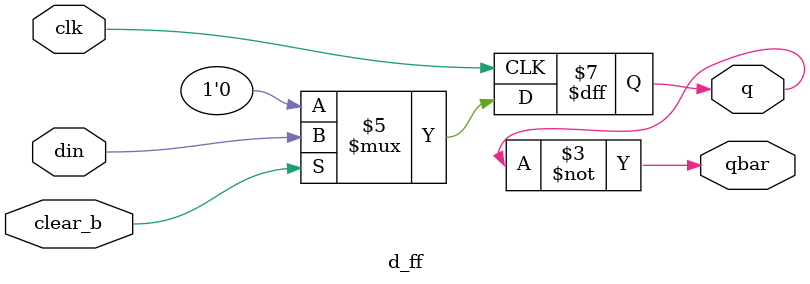
<source format=sv>
`timescale 1ns / 1ps

module d_ff(
    input logic din,
    input logic clk,clear_b,
    output logic q, qbar
    );
    always_ff @(posedge clk)
    begin
    if(clear_b == 1'b0)begin
        q <= 0;
    end else begin
        q <= din;
    end
    end
    assign qbar = ~q;
endmodule

</source>
